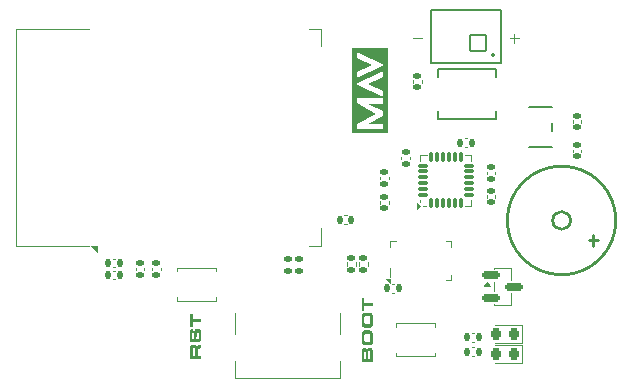
<source format=gbr>
%TF.GenerationSoftware,KiCad,Pcbnew,9.0.5*%
%TF.CreationDate,2025-11-11T23:36:27-05:00*%
%TF.ProjectId,F25,4632352e-6b69-4636-9164-5f7063625858,v1.0.1*%
%TF.SameCoordinates,Original*%
%TF.FileFunction,Legend,Top*%
%TF.FilePolarity,Positive*%
%FSLAX46Y46*%
G04 Gerber Fmt 4.6, Leading zero omitted, Abs format (unit mm)*
G04 Created by KiCad (PCBNEW 9.0.5) date 2025-11-11 23:36:27*
%MOMM*%
%LPD*%
G01*
G04 APERTURE LIST*
G04 Aperture macros list*
%AMRoundRect*
0 Rectangle with rounded corners*
0 $1 Rounding radius*
0 $2 $3 $4 $5 $6 $7 $8 $9 X,Y pos of 4 corners*
0 Add a 4 corners polygon primitive as box body*
4,1,4,$2,$3,$4,$5,$6,$7,$8,$9,$2,$3,0*
0 Add four circle primitives for the rounded corners*
1,1,$1+$1,$2,$3*
1,1,$1+$1,$4,$5*
1,1,$1+$1,$6,$7*
1,1,$1+$1,$8,$9*
0 Add four rect primitives between the rounded corners*
20,1,$1+$1,$2,$3,$4,$5,0*
20,1,$1+$1,$4,$5,$6,$7,0*
20,1,$1+$1,$6,$7,$8,$9,0*
20,1,$1+$1,$8,$9,$2,$3,0*%
G04 Aperture macros list end*
%ADD10C,0.150000*%
%ADD11C,0.100000*%
%ADD12C,0.300000*%
%ADD13C,0.120000*%
%ADD14C,0.127000*%
%ADD15C,0.200000*%
%ADD16C,0.152400*%
%ADD17C,0.254000*%
%ADD18RoundRect,0.140000X0.140000X0.170000X-0.140000X0.170000X-0.140000X-0.170000X0.140000X-0.170000X0*%
%ADD19RoundRect,0.140000X0.170000X-0.140000X0.170000X0.140000X-0.170000X0.140000X-0.170000X-0.140000X0*%
%ADD20RoundRect,0.075000X0.075000X-0.350000X0.075000X0.350000X-0.075000X0.350000X-0.075000X-0.350000X0*%
%ADD21RoundRect,0.075000X0.350000X0.075000X-0.350000X0.075000X-0.350000X-0.075000X0.350000X-0.075000X0*%
%ADD22C,0.600000*%
%ADD23C,5.200000*%
%ADD24R,0.900000X1.500000*%
%ADD25R,1.500000X0.900000*%
%ADD26R,3.900000X3.900000*%
%ADD27RoundRect,0.102000X-0.654000X-0.654000X0.654000X-0.654000X0.654000X0.654000X-0.654000X0.654000X0*%
%ADD28C,1.512000*%
%ADD29RoundRect,0.135000X-0.185000X0.135000X-0.185000X-0.135000X0.185000X-0.135000X0.185000X0.135000X0*%
%ADD30R,0.600000X1.160000*%
%ADD31R,0.300000X1.160000*%
%ADD32O,0.900000X2.000000*%
%ADD33O,0.900000X1.700000*%
%ADD34RoundRect,0.140000X-0.140000X-0.170000X0.140000X-0.170000X0.140000X0.170000X-0.140000X0.170000X0*%
%ADD35RoundRect,0.218750X0.218750X0.256250X-0.218750X0.256250X-0.218750X-0.256250X0.218750X-0.256250X0*%
%ADD36RoundRect,0.140000X-0.170000X0.140000X-0.170000X-0.140000X0.170000X-0.140000X0.170000X0.140000X0*%
%ADD37R,1.955800X2.260600*%
%ADD38C,1.800000*%
%ADD39R,0.550000X0.950000*%
%ADD40RoundRect,0.150000X-0.587500X-0.150000X0.587500X-0.150000X0.587500X0.150000X-0.587500X0.150000X0*%
%ADD41R,0.900000X1.700000*%
%ADD42R,1.003300X0.508000*%
%ADD43RoundRect,0.135000X0.185000X-0.135000X0.185000X0.135000X-0.185000X0.135000X-0.185000X-0.135000X0*%
G04 APERTURE END LIST*
D10*
G36*
X144585228Y-112939086D02*
G01*
X144632550Y-112944199D01*
X144675302Y-112954932D01*
X144710647Y-112972164D01*
X144740105Y-112995517D01*
X144759923Y-113021196D01*
X144776534Y-113057204D01*
X144805657Y-113138799D01*
X144818249Y-113074282D01*
X144835428Y-113027528D01*
X144856032Y-112994574D01*
X144884599Y-112970435D01*
X144926664Y-112954443D01*
X144987252Y-112948351D01*
X145168907Y-112948351D01*
X145168907Y-113236801D01*
X145078232Y-113236801D01*
X145012390Y-113240170D01*
X144967712Y-113248708D01*
X144952204Y-113257625D01*
X144939621Y-113275875D01*
X144930385Y-113307850D01*
X144926618Y-113360022D01*
X144926618Y-113834586D01*
X145168907Y-113834586D01*
X145168907Y-114118762D01*
X144227107Y-114118762D01*
X144227107Y-113361365D01*
X144457672Y-113361365D01*
X144457672Y-113383775D01*
X144457672Y-113834586D01*
X144696053Y-113834586D01*
X144696053Y-113404779D01*
X144696053Y-113368387D01*
X144692317Y-113303003D01*
X144683566Y-113266325D01*
X144672484Y-113247976D01*
X144654591Y-113236450D01*
X144621951Y-113227764D01*
X144567154Y-113224162D01*
X144524457Y-113226841D01*
X144499255Y-113233260D01*
X144481007Y-113246705D01*
X144468785Y-113271057D01*
X144459077Y-113317951D01*
X144457672Y-113361365D01*
X144227107Y-113361365D01*
X144227107Y-113249380D01*
X144232223Y-113162950D01*
X144245958Y-113096700D01*
X144266423Y-113046591D01*
X144292564Y-113009289D01*
X144327288Y-112980379D01*
X144374929Y-112957910D01*
X144439040Y-112942823D01*
X144524106Y-112937177D01*
X144585228Y-112939086D01*
G37*
G36*
X144883082Y-112435319D02*
G01*
X144918065Y-112430377D01*
X144940410Y-112417434D01*
X144953852Y-112396850D01*
X144964154Y-112354406D01*
X144968262Y-112289750D01*
X144969605Y-112155355D01*
X144963927Y-111964907D01*
X144960901Y-111912109D01*
X144953601Y-111880346D01*
X144944021Y-111862752D01*
X144919754Y-111845408D01*
X144881495Y-111838939D01*
X144846748Y-111845901D01*
X144820434Y-111866233D01*
X144809182Y-111886134D01*
X144800966Y-111919056D01*
X144797658Y-111970524D01*
X144797658Y-112016747D01*
X144787950Y-112484289D01*
X144782960Y-112550859D01*
X144769474Y-112601919D01*
X144749018Y-112640754D01*
X144722065Y-112669853D01*
X144688230Y-112691674D01*
X144644830Y-112708515D01*
X144589673Y-112719630D01*
X144520137Y-112723708D01*
X144443601Y-112719234D01*
X144385168Y-112707252D01*
X144341168Y-112689453D01*
X144304399Y-112661666D01*
X144275463Y-112621212D01*
X144254401Y-112564828D01*
X144237004Y-112467455D01*
X144227351Y-112328218D01*
X144223199Y-112131542D01*
X144226008Y-111932728D01*
X144231312Y-111819525D01*
X144244876Y-111740936D01*
X144261876Y-111695248D01*
X144284929Y-111661755D01*
X144313935Y-111638049D01*
X144363826Y-111612508D01*
X144404672Y-111599581D01*
X144448929Y-111593565D01*
X144516290Y-111591154D01*
X144516290Y-111869713D01*
X144484929Y-111873377D01*
X144462817Y-111883160D01*
X144447475Y-111898412D01*
X144433256Y-111930794D01*
X144427814Y-111978890D01*
X144426409Y-112116093D01*
X144433248Y-112333103D01*
X144437436Y-112374335D01*
X144449002Y-112406620D01*
X144461803Y-112423289D01*
X144478906Y-112433192D01*
X144501758Y-112436723D01*
X144533244Y-112432249D01*
X144554406Y-112420299D01*
X144568131Y-112401063D01*
X144579455Y-112361792D01*
X144583885Y-112303733D01*
X144583885Y-112274301D01*
X144586632Y-112083914D01*
X144588037Y-111896336D01*
X144592542Y-111802558D01*
X144604633Y-111730127D01*
X144622528Y-111675039D01*
X144645006Y-111633836D01*
X144676593Y-111600997D01*
X144722154Y-111575608D01*
X144785877Y-111558449D01*
X144873374Y-111551953D01*
X144958351Y-111557752D01*
X145021604Y-111573173D01*
X145067945Y-111596054D01*
X145101130Y-111625470D01*
X145125703Y-111663128D01*
X145145072Y-111713801D01*
X145158119Y-111780871D01*
X145162984Y-111868370D01*
X145172815Y-112232353D01*
X145168663Y-112422740D01*
X145164860Y-112500990D01*
X145154596Y-112562185D01*
X145139296Y-112609419D01*
X145119937Y-112645367D01*
X145092796Y-112674040D01*
X145053640Y-112696162D01*
X144998883Y-112711096D01*
X144923688Y-112716747D01*
X144868000Y-112716747D01*
X144868000Y-112436723D01*
X144883082Y-112435319D01*
G37*
G36*
X145168907Y-110996728D02*
G01*
X144457672Y-110996728D01*
X144457672Y-111413956D01*
X144227107Y-111413956D01*
X144227107Y-110296728D01*
X144457672Y-110296728D01*
X144457672Y-110712552D01*
X145168907Y-110712552D01*
X145168907Y-110996728D01*
G37*
D11*
X171303884Y-86991466D02*
X172065789Y-86991466D01*
X171684836Y-87372419D02*
X171684836Y-86610514D01*
X163103884Y-86991466D02*
X163865789Y-86991466D01*
D10*
G36*
X159526121Y-113170642D02*
G01*
X159585995Y-113186244D01*
X159629866Y-113209510D01*
X159661266Y-113239706D01*
X159684309Y-113277802D01*
X159702371Y-113327813D01*
X159714440Y-113392611D01*
X159718907Y-113475583D01*
X159718907Y-114375740D01*
X158777107Y-114375740D01*
X158777107Y-113595934D01*
X158980317Y-113595934D01*
X158980317Y-114091564D01*
X159144448Y-114091564D01*
X159144448Y-113601552D01*
X159141810Y-113570777D01*
X159328119Y-113570777D01*
X159328119Y-114091564D01*
X159507882Y-114091564D01*
X159507882Y-113574990D01*
X159504960Y-113527541D01*
X159496830Y-113488162D01*
X159484690Y-113469001D01*
X159459041Y-113455822D01*
X159412077Y-113450365D01*
X159375983Y-113456790D01*
X159350223Y-113474851D01*
X159339301Y-113492905D01*
X159331335Y-113523110D01*
X159328119Y-113570777D01*
X159141810Y-113570777D01*
X159139976Y-113549376D01*
X159128878Y-113516860D01*
X159115768Y-113501979D01*
X159093968Y-113492052D01*
X159059574Y-113488162D01*
X159028907Y-113491765D01*
X159008703Y-113501132D01*
X158995887Y-113515456D01*
X158984774Y-113546436D01*
X158980317Y-113595934D01*
X158777107Y-113595934D01*
X158777107Y-113489566D01*
X158781062Y-113418100D01*
X158791947Y-113360016D01*
X158808594Y-113313073D01*
X158830291Y-113275365D01*
X158859645Y-113244694D01*
X158898879Y-113221735D01*
X158950471Y-113206719D01*
X159017869Y-113201177D01*
X159074426Y-113204030D01*
X159118009Y-113211679D01*
X159155584Y-113226768D01*
X159183100Y-113249476D01*
X159203834Y-113277002D01*
X159215279Y-113299851D01*
X159234879Y-113364941D01*
X159251714Y-113289900D01*
X159271603Y-113239843D01*
X159293253Y-113208199D01*
X159323290Y-113186266D01*
X159371524Y-113170876D01*
X159445600Y-113164784D01*
X159526121Y-113170642D01*
G37*
G36*
X159387402Y-111686477D02*
G01*
X159497467Y-111702801D01*
X159572894Y-111725753D01*
X159622431Y-111752939D01*
X159652359Y-111783087D01*
X159678576Y-111829207D01*
X159700218Y-111896430D01*
X159715329Y-111991220D01*
X159721106Y-112121135D01*
X159725319Y-112335336D01*
X159726723Y-112424973D01*
X159719701Y-112618169D01*
X159714389Y-112700130D01*
X159699631Y-112767651D01*
X159676717Y-112823190D01*
X159646245Y-112868762D01*
X159606632Y-112905385D01*
X159555772Y-112932733D01*
X159491038Y-112950463D01*
X159408902Y-112956934D01*
X159236650Y-112959742D01*
X159084865Y-112953293D01*
X158979513Y-112936803D01*
X158909347Y-112913873D01*
X158864912Y-112886958D01*
X158838376Y-112857425D01*
X158815066Y-112813187D01*
X158795858Y-112749655D01*
X158782498Y-112661169D01*
X158777412Y-112541171D01*
X158773199Y-112339549D01*
X158774205Y-112177127D01*
X159002360Y-112177127D01*
X159003764Y-112459961D01*
X159009445Y-112550590D01*
X159023365Y-112606995D01*
X159040838Y-112635348D01*
X159067638Y-112654552D01*
X159106591Y-112665063D01*
X159212165Y-112672757D01*
X159237383Y-112672757D01*
X159275118Y-112672757D01*
X159361928Y-112668278D01*
X159416521Y-112657286D01*
X159448592Y-112642654D01*
X159465631Y-112625793D01*
X159479554Y-112598282D01*
X159489459Y-112555986D01*
X159493349Y-112493544D01*
X159496158Y-112340953D01*
X159494754Y-112195323D01*
X159491085Y-112114301D01*
X159481760Y-112058825D01*
X159468864Y-112022461D01*
X159453275Y-112001413D01*
X159428875Y-111985240D01*
X159392797Y-111974197D01*
X159340881Y-111969948D01*
X159214973Y-111967140D01*
X159152953Y-111969235D01*
X159105186Y-111974833D01*
X159064080Y-111987308D01*
X159038019Y-112006341D01*
X159020757Y-112034146D01*
X159009382Y-112077049D01*
X159004168Y-112124779D01*
X159002360Y-112177127D01*
X158774205Y-112177127D01*
X158774603Y-112112769D01*
X158779066Y-112005446D01*
X158791090Y-111921559D01*
X158808914Y-111856994D01*
X158831218Y-111808119D01*
X158857219Y-111771867D01*
X158890723Y-111742897D01*
X158936926Y-111718214D01*
X158999063Y-111698493D01*
X159081115Y-111685137D01*
X159187679Y-111680154D01*
X159232437Y-111680154D01*
X159387402Y-111686477D01*
G37*
G36*
X159387402Y-110201480D02*
G01*
X159497467Y-110217805D01*
X159572894Y-110240757D01*
X159622431Y-110267942D01*
X159652359Y-110298091D01*
X159678576Y-110344210D01*
X159700218Y-110411434D01*
X159715329Y-110506223D01*
X159721106Y-110636138D01*
X159725319Y-110850339D01*
X159726723Y-110939976D01*
X159719701Y-111133172D01*
X159714389Y-111215134D01*
X159699631Y-111282655D01*
X159676717Y-111338194D01*
X159646245Y-111383766D01*
X159606632Y-111420389D01*
X159555772Y-111447736D01*
X159491038Y-111465466D01*
X159408902Y-111471937D01*
X159236650Y-111474746D01*
X159084865Y-111468297D01*
X158979513Y-111451806D01*
X158909347Y-111428876D01*
X158864912Y-111401962D01*
X158838376Y-111372429D01*
X158815066Y-111328191D01*
X158795858Y-111264658D01*
X158782498Y-111176172D01*
X158777412Y-111056175D01*
X158773199Y-110854552D01*
X158774205Y-110692131D01*
X159002360Y-110692131D01*
X159003764Y-110974964D01*
X159009445Y-111065593D01*
X159023365Y-111121998D01*
X159040838Y-111150351D01*
X159067638Y-111169556D01*
X159106591Y-111180067D01*
X159212165Y-111187761D01*
X159237383Y-111187761D01*
X159275118Y-111187761D01*
X159361928Y-111183281D01*
X159416521Y-111172289D01*
X159448592Y-111157658D01*
X159465631Y-111140796D01*
X159479554Y-111113286D01*
X159489459Y-111070989D01*
X159493349Y-111008547D01*
X159496158Y-110855957D01*
X159494754Y-110710327D01*
X159491085Y-110629304D01*
X159481760Y-110573829D01*
X159468864Y-110537464D01*
X159453275Y-110516416D01*
X159428875Y-110500243D01*
X159392797Y-110489201D01*
X159340881Y-110484952D01*
X159214973Y-110482143D01*
X159152953Y-110484239D01*
X159105186Y-110489837D01*
X159064080Y-110502311D01*
X159038019Y-110521344D01*
X159020757Y-110549150D01*
X159009382Y-110592052D01*
X159004168Y-110639783D01*
X159002360Y-110692131D01*
X158774205Y-110692131D01*
X158774603Y-110627773D01*
X158779066Y-110520449D01*
X158791090Y-110436563D01*
X158808914Y-110371998D01*
X158831218Y-110323123D01*
X158857219Y-110286871D01*
X158890723Y-110257900D01*
X158936926Y-110233217D01*
X158999063Y-110213496D01*
X159081115Y-110200141D01*
X159187679Y-110195158D01*
X159232437Y-110195158D01*
X159387402Y-110201480D01*
G37*
G36*
X159718907Y-109639749D02*
G01*
X159007672Y-109639749D01*
X159007672Y-110056977D01*
X158777107Y-110056977D01*
X158777107Y-108939749D01*
X159007672Y-108939749D01*
X159007672Y-109355573D01*
X159718907Y-109355573D01*
X159718907Y-109639749D01*
G37*
D12*
G36*
X160968640Y-94962844D02*
G01*
X157983173Y-94962844D01*
X157983173Y-92494665D01*
X158376814Y-92494665D01*
X160012630Y-93367223D01*
X158376814Y-94239781D01*
X158376814Y-94685066D01*
X160575000Y-94685066D01*
X160575000Y-94237796D01*
X159277765Y-94237796D01*
X160575000Y-93589179D01*
X160575000Y-93145267D01*
X159277765Y-92496650D01*
X160575000Y-92496650D01*
X160575000Y-92049380D01*
X158376814Y-92049380D01*
X158376814Y-92494665D01*
X157983173Y-92494665D01*
X157983173Y-90849537D01*
X158260951Y-90849537D01*
X160575000Y-91951072D01*
X160575000Y-91448085D01*
X159323102Y-90849537D01*
X160575000Y-90250990D01*
X160575000Y-89748002D01*
X158260951Y-90849537D01*
X157983173Y-90849537D01*
X157983173Y-88612120D01*
X158376814Y-88612120D01*
X159628711Y-89210668D01*
X158376814Y-89809215D01*
X158376814Y-90312203D01*
X160690862Y-89210668D01*
X158376814Y-88109132D01*
X158376814Y-88612120D01*
X157983173Y-88612120D01*
X157983173Y-87831354D01*
X160968640Y-87831354D01*
X160968640Y-94962844D01*
G37*
D13*
%TO.C,C9*%
X161527836Y-107790000D02*
X161312164Y-107790000D01*
X161527836Y-108510000D02*
X161312164Y-108510000D01*
%TO.C,R2*%
X160340000Y-101007836D02*
X160340000Y-100792164D01*
X161060000Y-101007836D02*
X161060000Y-100792164D01*
%TO.C,U2*%
X163750000Y-96850000D02*
X163750000Y-97375000D01*
X163750000Y-96850000D02*
X164275000Y-96850000D01*
X163750000Y-100625000D02*
X163750000Y-100850000D01*
X164215000Y-101150001D02*
X163990000Y-101150001D01*
X168050000Y-96850000D02*
X167525000Y-96850000D01*
X168050000Y-96850000D02*
X168050000Y-97375000D01*
X168050000Y-101150000D02*
X167525000Y-101150000D01*
X168050000Y-101150000D02*
X168050000Y-100625000D01*
X163750000Y-101150000D02*
X163420000Y-101390000D01*
X163420000Y-100910000D01*
X163750000Y-101150000D01*
G36*
X163750000Y-101150000D02*
G01*
X163420000Y-101390000D01*
X163420000Y-100910000D01*
X163750000Y-101150000D01*
G37*
%TO.C,U4*%
X129490000Y-86150000D02*
X135690000Y-86150000D01*
X129490000Y-104550000D02*
X129490000Y-86150000D01*
X129490000Y-104550000D02*
X135690000Y-104550000D01*
X154340000Y-104550000D02*
X155340000Y-104550000D01*
X155340000Y-86150000D02*
X154340000Y-86150000D01*
X155340000Y-86150000D02*
X155340000Y-87650000D01*
X155340000Y-104550000D02*
X155340000Y-103050000D01*
X136365000Y-105050000D02*
X135865000Y-104550000D01*
X136365000Y-104550000D01*
X136365000Y-105050000D01*
G36*
X136365000Y-105050000D02*
G01*
X135865000Y-104550000D01*
X136365000Y-104550000D01*
X136365000Y-105050000D01*
G37*
D14*
%TO.C,J3*%
X164650000Y-84550000D02*
X170550000Y-84550000D01*
X164650000Y-89050000D02*
X164650000Y-84550000D01*
X170550000Y-84550000D02*
X170550000Y-89050000D01*
X170550000Y-89050000D02*
X164650000Y-89050000D01*
D15*
X170000000Y-88400000D02*
G75*
G02*
X169800000Y-88400000I-100000J0D01*
G01*
X169800000Y-88400000D02*
G75*
G02*
X170000000Y-88400000I100000J0D01*
G01*
D13*
%TO.C,R6*%
X158520000Y-105936360D02*
X158520000Y-106243642D01*
X159280000Y-105936360D02*
X159280000Y-106243642D01*
%TO.C,J4*%
X148030000Y-110230000D02*
X148030000Y-112030000D01*
X148030000Y-115740000D02*
X148030000Y-114280000D01*
X156970000Y-110230000D02*
X156970000Y-112030000D01*
X156970000Y-115740000D02*
X148030000Y-115740000D01*
X156970000Y-115740000D02*
X156970000Y-114280000D01*
%TO.C,R7*%
X168092164Y-111940000D02*
X168307836Y-111940000D01*
X168092164Y-112660000D02*
X168307836Y-112660000D01*
%TO.C,R5*%
X157292164Y-101975000D02*
X157507836Y-101975000D01*
X157292164Y-102695000D02*
X157507836Y-102695000D01*
%TO.C,C1*%
X137692164Y-105640000D02*
X137907836Y-105640000D01*
X137692164Y-106360000D02*
X137907836Y-106360000D01*
%TO.C,D1*%
X170100000Y-114435000D02*
X172385000Y-114435000D01*
X172385000Y-112965000D02*
X170100000Y-112965000D01*
X172385000Y-114435000D02*
X172385000Y-112965000D01*
%TO.C,R3*%
X160340000Y-98692164D02*
X160340000Y-98907836D01*
X161060000Y-98692164D02*
X161060000Y-98907836D01*
D16*
%TO.C,CR1*%
X165274300Y-89591800D02*
X165274300Y-90236960D01*
X165274300Y-93163040D02*
X165274300Y-93808200D01*
X165274300Y-93808200D02*
X170125700Y-93808200D01*
X170125700Y-89591800D02*
X165274300Y-89591800D01*
X170125700Y-90236960D02*
X170125700Y-89591800D01*
X170125700Y-93808200D02*
X170125700Y-93163040D01*
D17*
%TO.C,LS1*%
X178367130Y-103670000D02*
X178367130Y-104559000D01*
X178748130Y-104051000D02*
X177986130Y-104051000D01*
X176450440Y-102400000D02*
G75*
G02*
X174950320Y-102400000I-750060J0D01*
G01*
X174950320Y-102400000D02*
G75*
G02*
X176450440Y-102400000I750060J0D01*
G01*
X180300320Y-102400000D02*
G75*
G02*
X171100440Y-102400000I-4599940J0D01*
G01*
X171100440Y-102400000D02*
G75*
G02*
X180300320Y-102400000I4599940J0D01*
G01*
D13*
%TO.C,U1*%
X161175000Y-104175000D02*
X161675000Y-104175000D01*
X161175000Y-104675000D02*
X161175000Y-104175000D01*
X161175000Y-107175000D02*
X161174999Y-106425000D01*
X165875000Y-104175000D02*
X166375000Y-104175000D01*
X166375000Y-104175000D02*
X166375000Y-104675000D01*
X166375000Y-106975000D02*
X166375000Y-107475000D01*
X166375000Y-107475000D02*
X165875000Y-107475000D01*
X161174999Y-107735000D02*
X160814999Y-107375000D01*
X161175000Y-107375000D01*
X161174999Y-107735000D01*
G36*
X161174999Y-107735000D02*
G01*
X160814999Y-107375000D01*
X161175000Y-107375000D01*
X161174999Y-107735000D01*
G37*
%TO.C,Q1*%
X169940000Y-106440000D02*
X171460000Y-106440000D01*
X169940000Y-106490000D02*
X169940000Y-106440000D01*
X169940000Y-108390000D02*
X169940000Y-107610000D01*
X169940000Y-109560000D02*
X169940000Y-109510000D01*
X171460000Y-106440000D02*
X171460000Y-107440000D01*
X171460000Y-108560000D02*
X171460000Y-109560000D01*
X171460000Y-109560000D02*
X169940000Y-109560000D01*
X169640000Y-107950000D02*
X169160000Y-107950000D01*
X169400000Y-107620000D01*
X169640000Y-107950000D01*
G36*
X169640000Y-107950000D02*
G01*
X169160000Y-107950000D01*
X169400000Y-107620000D01*
X169640000Y-107950000D01*
G37*
%TO.C,C7*%
X169359999Y-98477836D02*
X169359999Y-98262164D01*
X170079999Y-98477836D02*
X170079999Y-98262164D01*
%TO.C,R1*%
X168092164Y-113140000D02*
X168307836Y-113140000D01*
X168092164Y-113860000D02*
X168307836Y-113860000D01*
%TO.C,SW1*%
X143150000Y-106400000D02*
X143150000Y-106700000D01*
X143150000Y-109200000D02*
X143150000Y-108900000D01*
X146450000Y-106400000D02*
X143150000Y-106400000D01*
X146450000Y-106700000D02*
X146450000Y-106400000D01*
X146450000Y-108900000D02*
X146450000Y-109200000D01*
X146450000Y-109200000D02*
X143150000Y-109200000D01*
%TO.C,R11*%
X139640000Y-106392164D02*
X139640000Y-106607836D01*
X140360000Y-106392164D02*
X140360000Y-106607836D01*
%TO.C,C3*%
X141040000Y-106392164D02*
X141040000Y-106607836D01*
X141760000Y-106392164D02*
X141760000Y-106607836D01*
%TO.C,C11*%
X176640000Y-93892164D02*
X176640000Y-94107836D01*
X177360000Y-93892164D02*
X177360000Y-94107836D01*
D16*
%TO.C,U5*%
X172922100Y-96176400D02*
X174877900Y-96176400D01*
X174877900Y-92823600D02*
X172922100Y-92823600D01*
X174877900Y-94863261D02*
X174877900Y-94136739D01*
D13*
%TO.C,R4*%
X176640000Y-96392164D02*
X176640000Y-96607836D01*
X177360000Y-96392164D02*
X177360000Y-96607836D01*
%TO.C,C4*%
X169359999Y-100262164D02*
X169359999Y-100477836D01*
X170079999Y-100262164D02*
X170079999Y-100477836D01*
%TO.C,SW2*%
X161650000Y-111100000D02*
X161650000Y-111400000D01*
X161650000Y-113900000D02*
X161650000Y-113600000D01*
X164950000Y-111100000D02*
X161650000Y-111100000D01*
X164950000Y-111400000D02*
X164950000Y-111100000D01*
X164950000Y-113600000D02*
X164950000Y-113900000D01*
X164950000Y-113900000D02*
X161650000Y-113900000D01*
%TO.C,C2*%
X137692164Y-106640000D02*
X137907836Y-106640000D01*
X137692164Y-107360000D02*
X137907836Y-107360000D01*
%TO.C,C10*%
X163140000Y-90727836D02*
X163140000Y-90512164D01*
X163860000Y-90727836D02*
X163860000Y-90512164D01*
%TO.C,R12*%
X157520000Y-106253641D02*
X157520000Y-105946359D01*
X158280000Y-106253641D02*
X158280000Y-105946359D01*
%TO.C,C6*%
X162140000Y-97207836D02*
X162140000Y-96992164D01*
X162860000Y-97207836D02*
X162860000Y-96992164D01*
%TO.C,D2*%
X170100000Y-112735000D02*
X172385000Y-112735000D01*
X172385000Y-111265000D02*
X170100000Y-111265000D01*
X172385000Y-112735000D02*
X172385000Y-111265000D01*
%TO.C,C5*%
X167707836Y-95440000D02*
X167492164Y-95440000D01*
X167707836Y-96160000D02*
X167492164Y-96160000D01*
%TD*%
%LPC*%
D18*
%TO.C,C9*%
X161900000Y-108150000D03*
X160940000Y-108150000D03*
%TD*%
D19*
%TO.C,R2*%
X160700000Y-101380000D03*
X160700000Y-100420000D03*
%TD*%
D20*
%TO.C,U2*%
X164650000Y-100950000D03*
X165150000Y-100950000D03*
X165650000Y-100950000D03*
X166150000Y-100950000D03*
X166650000Y-100950000D03*
X167150000Y-100950000D03*
D21*
X167850000Y-100250000D03*
X167850000Y-99750000D03*
X167850000Y-99250000D03*
X167850000Y-98750000D03*
X167850000Y-98250000D03*
X167850000Y-97750000D03*
D20*
X167150000Y-97050000D03*
X166650000Y-97050000D03*
X166150000Y-97050000D03*
X165650000Y-97050000D03*
X165150000Y-97050000D03*
X164650000Y-97050000D03*
D21*
X163950000Y-97750000D03*
X163950000Y-98250000D03*
X163950000Y-98750000D03*
X163950000Y-99250000D03*
X163950000Y-99750000D03*
X163950000Y-100250000D03*
%TD*%
D22*
%TO.C,H3*%
X137500000Y-111500000D03*
X138090000Y-110090000D03*
X138090000Y-112910000D03*
D23*
X139470000Y-111465000D03*
D22*
X139500000Y-109500000D03*
X139500000Y-113500000D03*
X140910000Y-110090000D03*
X140910000Y-112910000D03*
X141500000Y-111500000D03*
%TD*%
D24*
%TO.C,U4*%
X137130000Y-104100000D03*
X138400000Y-104100000D03*
X139670000Y-104100000D03*
X140940000Y-104100000D03*
X142210000Y-104100000D03*
X143480000Y-104100000D03*
X144750000Y-104100000D03*
X146020000Y-104100000D03*
X147290000Y-104100000D03*
X148560000Y-104100000D03*
X149830000Y-104100000D03*
X151100000Y-104100000D03*
X152370000Y-104100000D03*
X153640000Y-104100000D03*
D25*
X154890000Y-102335000D03*
X154890000Y-101065000D03*
X154890000Y-99795000D03*
X154890000Y-98525000D03*
X154890000Y-97255000D03*
X154890000Y-95985000D03*
X154890000Y-94715000D03*
X154890000Y-93445000D03*
X154890000Y-92175000D03*
X154890000Y-90905000D03*
X154890000Y-89635000D03*
X154890000Y-88365000D03*
D24*
X153640000Y-86600000D03*
X152370000Y-86600000D03*
X151100000Y-86600000D03*
X149830000Y-86600000D03*
X148560000Y-86600000D03*
X147290000Y-86600000D03*
X146020000Y-86600000D03*
X144750000Y-86600000D03*
X143480000Y-86600000D03*
X142210000Y-86600000D03*
X140940000Y-86600000D03*
X139670000Y-86600000D03*
X138400000Y-86600000D03*
X137130000Y-86600000D03*
D22*
X144150000Y-98250000D03*
X145550000Y-98250000D03*
X143450000Y-97550000D03*
X144850000Y-97550000D03*
X146250000Y-97550000D03*
X144150000Y-96850000D03*
D26*
X144850000Y-96850000D03*
D22*
X145550000Y-96850000D03*
X143450000Y-96150000D03*
X144850000Y-96150000D03*
X146250000Y-96150000D03*
X144150000Y-95450000D03*
X145550000Y-95450000D03*
%TD*%
D27*
%TO.C,J3*%
X168600000Y-87350000D03*
D28*
X166600000Y-87350000D03*
%TD*%
D29*
%TO.C,R6*%
X158900000Y-105580002D03*
X158900000Y-106600000D03*
%TD*%
D22*
%TO.C,J4*%
X149610000Y-109450000D03*
X155390000Y-109450000D03*
D30*
X149300000Y-108390000D03*
X150100000Y-108390000D03*
D31*
X151250000Y-108390000D03*
X152250000Y-108390000D03*
X152750000Y-108390000D03*
X153750000Y-108390000D03*
D30*
X154900000Y-108390000D03*
X155700000Y-108390000D03*
X155700000Y-108390000D03*
X154900000Y-108390000D03*
D31*
X154250000Y-108390000D03*
X153250000Y-108390000D03*
X151750000Y-108390000D03*
X150750000Y-108390000D03*
D30*
X150100000Y-108390000D03*
X149300000Y-108390000D03*
D32*
X148180000Y-108970000D03*
D33*
X148180000Y-113140000D03*
D32*
X156820000Y-108970000D03*
D33*
X156820000Y-113140000D03*
%TD*%
D34*
%TO.C,R7*%
X167720000Y-112300000D03*
X168680000Y-112300000D03*
%TD*%
%TO.C,R5*%
X156920000Y-102335000D03*
X157880000Y-102335000D03*
%TD*%
%TO.C,C1*%
X137320000Y-106000000D03*
X138280000Y-106000000D03*
%TD*%
D35*
%TO.C,D1*%
X171687501Y-113700000D03*
X170112499Y-113700000D03*
%TD*%
D36*
%TO.C,R3*%
X160700000Y-98320000D03*
X160700000Y-99280000D03*
%TD*%
D37*
%TO.C,CR1*%
X169871700Y-91700000D03*
X165528300Y-91700000D03*
%TD*%
D38*
%TO.C,LS1*%
X178199990Y-102400000D03*
X173200010Y-102400000D03*
%TD*%
D39*
%TO.C,U1*%
X161900000Y-106900000D03*
X163150000Y-106900000D03*
X164400000Y-106900000D03*
X165650000Y-106900000D03*
X165650000Y-104750000D03*
X164400000Y-104750000D03*
X163150000Y-104750000D03*
X161900000Y-104750000D03*
%TD*%
D40*
%TO.C,Q1*%
X169762500Y-107050000D03*
X169762500Y-108950000D03*
X171637500Y-108000000D03*
%TD*%
D19*
%TO.C,C7*%
X169719999Y-98850000D03*
X169719999Y-97890000D03*
%TD*%
D34*
%TO.C,R1*%
X167720000Y-113500000D03*
X168680000Y-113500000D03*
%TD*%
D41*
%TO.C,SW1*%
X146500001Y-107800000D03*
X143099999Y-107800000D03*
%TD*%
D22*
%TO.C,H1*%
X174900000Y-89100000D03*
X175490000Y-87690000D03*
X175490000Y-90510000D03*
D23*
X176870000Y-89065000D03*
D22*
X176900000Y-87100000D03*
X176900000Y-91100000D03*
X178310000Y-87690000D03*
X178310000Y-90510000D03*
X178900000Y-89100000D03*
%TD*%
D36*
%TO.C,R11*%
X140000000Y-106020000D03*
X140000000Y-106980000D03*
%TD*%
%TO.C,C3*%
X141400000Y-106020000D03*
X141400000Y-106980000D03*
%TD*%
%TO.C,C11*%
X177000000Y-93520000D03*
X177000000Y-94480000D03*
%TD*%
D42*
%TO.C,U5*%
X172547450Y-93549999D03*
X172547450Y-94500000D03*
X172547450Y-95450001D03*
X175252550Y-95450001D03*
X175252550Y-93549999D03*
%TD*%
D36*
%TO.C,R4*%
X177000000Y-96020000D03*
X177000000Y-96980000D03*
%TD*%
%TO.C,C4*%
X169719999Y-99890000D03*
X169719999Y-100850000D03*
%TD*%
D43*
%TO.C,R16*%
X153500000Y-106709999D03*
X153500000Y-105690001D03*
%TD*%
D41*
%TO.C,SW2*%
X165000001Y-112500000D03*
X161599999Y-112500000D03*
%TD*%
D34*
%TO.C,C2*%
X137320000Y-107000000D03*
X138280000Y-107000000D03*
%TD*%
D19*
%TO.C,C10*%
X163500000Y-91100000D03*
X163500000Y-90140000D03*
%TD*%
D43*
%TO.C,R12*%
X157900000Y-106609999D03*
X157900000Y-105590001D03*
%TD*%
D19*
%TO.C,C6*%
X162500000Y-97580000D03*
X162500000Y-96620000D03*
%TD*%
D35*
%TO.C,D2*%
X171687501Y-112000000D03*
X170112499Y-112000000D03*
%TD*%
D18*
%TO.C,C5*%
X168080000Y-95800000D03*
X167120000Y-95800000D03*
%TD*%
D22*
%TO.C,H2*%
X174900000Y-111500000D03*
X175490000Y-110090000D03*
X175490000Y-112910000D03*
D23*
X176870000Y-111465000D03*
D22*
X176900000Y-109500000D03*
X176900000Y-113500000D03*
X178310000Y-110090000D03*
X178310000Y-112910000D03*
X178900000Y-111500000D03*
%TD*%
D43*
%TO.C,R17*%
X152500000Y-106709999D03*
X152500000Y-105690001D03*
%TD*%
%LPD*%
M02*

</source>
